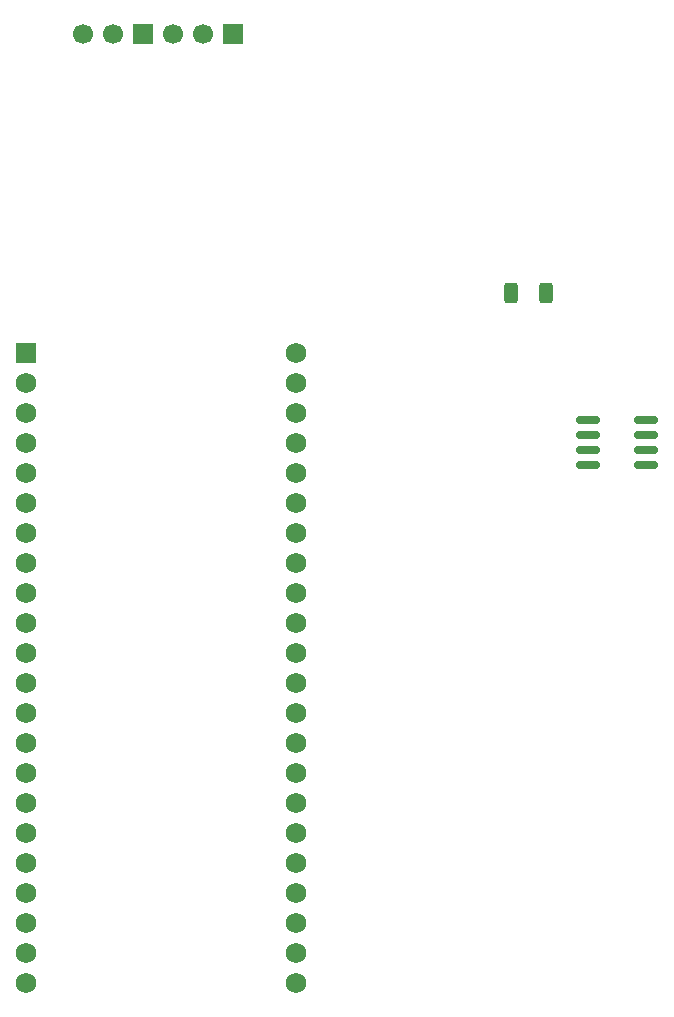
<source format=gbr>
%TF.GenerationSoftware,KiCad,Pcbnew,9.0.1*%
%TF.CreationDate,2025-04-13T13:12:51+02:00*%
%TF.ProjectId,esp32-schematic,65737033-322d-4736-9368-656d61746963,rev?*%
%TF.SameCoordinates,Original*%
%TF.FileFunction,Soldermask,Top*%
%TF.FilePolarity,Negative*%
%FSLAX46Y46*%
G04 Gerber Fmt 4.6, Leading zero omitted, Abs format (unit mm)*
G04 Created by KiCad (PCBNEW 9.0.1) date 2025-04-13 13:12:51*
%MOMM*%
%LPD*%
G01*
G04 APERTURE LIST*
G04 Aperture macros list*
%AMRoundRect*
0 Rectangle with rounded corners*
0 $1 Rounding radius*
0 $2 $3 $4 $5 $6 $7 $8 $9 X,Y pos of 4 corners*
0 Add a 4 corners polygon primitive as box body*
4,1,4,$2,$3,$4,$5,$6,$7,$8,$9,$2,$3,0*
0 Add four circle primitives for the rounded corners*
1,1,$1+$1,$2,$3*
1,1,$1+$1,$4,$5*
1,1,$1+$1,$6,$7*
1,1,$1+$1,$8,$9*
0 Add four rect primitives between the rounded corners*
20,1,$1+$1,$2,$3,$4,$5,0*
20,1,$1+$1,$4,$5,$6,$7,0*
20,1,$1+$1,$6,$7,$8,$9,0*
20,1,$1+$1,$8,$9,$2,$3,0*%
G04 Aperture macros list end*
%ADD10RoundRect,0.250000X-0.312500X-0.625000X0.312500X-0.625000X0.312500X0.625000X-0.312500X0.625000X0*%
%ADD11RoundRect,0.150000X-0.825000X-0.150000X0.825000X-0.150000X0.825000X0.150000X-0.825000X0.150000X0*%
%ADD12R,1.700000X1.700000*%
%ADD13C,1.700000*%
%ADD14RoundRect,0.102000X-0.765000X-0.765000X0.765000X-0.765000X0.765000X0.765000X-0.765000X0.765000X0*%
%ADD15C,1.734000*%
G04 APERTURE END LIST*
D10*
%TO.C,R1*%
X110575000Y-39500000D03*
X113500000Y-39500000D03*
%TD*%
D11*
%TO.C,U2*%
X117050000Y-50190000D03*
X117050000Y-51460000D03*
X117050000Y-52730000D03*
X117050000Y-54000000D03*
X122000000Y-54000000D03*
X122000000Y-52730000D03*
X122000000Y-51460000D03*
X122000000Y-50190000D03*
%TD*%
D12*
%TO.C,J1*%
X87000000Y-17500000D03*
D13*
X84460000Y-17500000D03*
X81920000Y-17500000D03*
D12*
X79380000Y-17500000D03*
D13*
X76840000Y-17500000D03*
X74300000Y-17500000D03*
%TD*%
D14*
%TO.C,U1*%
X69500000Y-44500000D03*
D15*
X69500000Y-47040000D03*
X69500000Y-49580000D03*
X69500000Y-52120000D03*
X69500000Y-54660000D03*
X69500000Y-57200000D03*
X69500000Y-59740000D03*
X69500000Y-62280000D03*
X69500000Y-64820000D03*
X69500000Y-67360000D03*
X69500000Y-69900000D03*
X69500000Y-72440000D03*
X69500000Y-74980000D03*
X69500000Y-77520000D03*
X69500000Y-80060000D03*
X69500000Y-82600000D03*
X69500000Y-85140000D03*
X69500000Y-87680000D03*
X69500000Y-90220000D03*
X69500000Y-92760000D03*
X69500000Y-95300000D03*
X69500000Y-97840000D03*
X92360000Y-44500000D03*
X92360000Y-47040000D03*
X92360000Y-49580000D03*
X92360000Y-52120000D03*
X92360000Y-54660000D03*
X92360000Y-57200000D03*
X92360000Y-59740000D03*
X92360000Y-62280000D03*
X92360000Y-64820000D03*
X92360000Y-67360000D03*
X92360000Y-69900000D03*
X92360000Y-72440000D03*
X92360000Y-74980000D03*
X92360000Y-77520000D03*
X92360000Y-80060000D03*
X92360000Y-82600000D03*
X92360000Y-85140000D03*
X92360000Y-87680000D03*
X92360000Y-90220000D03*
X92360000Y-92760000D03*
X92360000Y-95300000D03*
X92360000Y-97840000D03*
%TD*%
M02*

</source>
